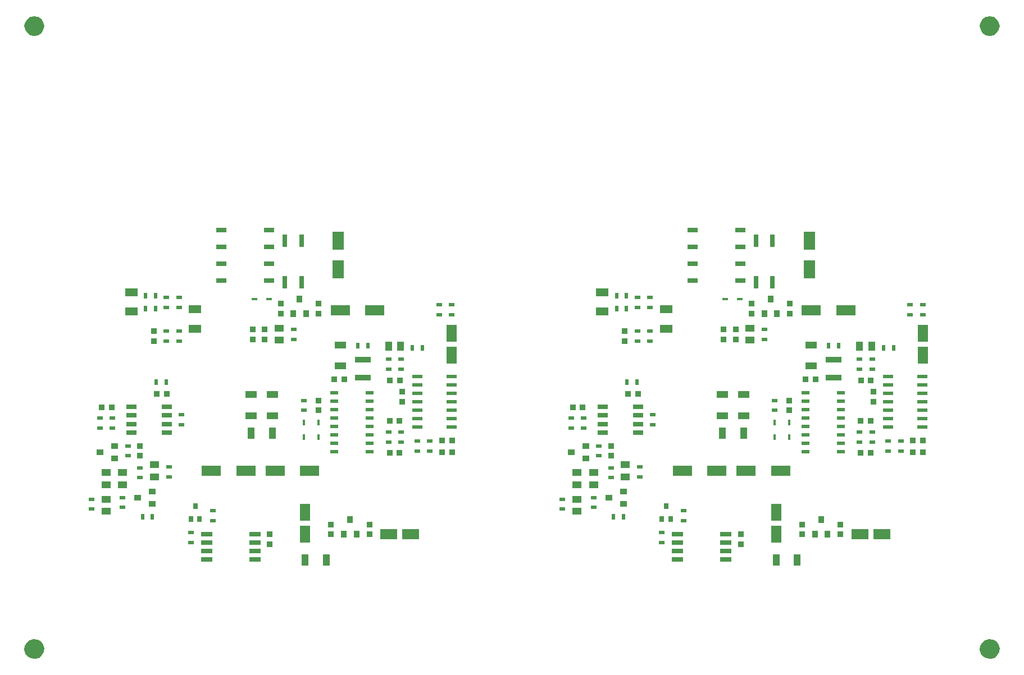
<source format=gtp>
%FSLAX46Y46*%
%MOMM*%
%AMPS33*
21,1,0.550000,1.500000,0.000000,0.000000,90.000000*
%
%ADD33PS33*%
%AMPS32*
21,1,0.550000,1.500000,0.000000,0.000000,270.000000*
%
%ADD32PS32*%
%AMPS47*
21,1,0.600000,1.700000,0.000000,0.000000,90.000000*
%
%ADD47PS47*%
%AMPS46*
21,1,0.600000,1.700000,0.000000,0.000000,270.000000*
%
%ADD46PS46*%
%AMPS42*
21,1,1.600000,2.950000,0.000000,0.000000,90.000000*
%
%ADD42PS42*%
%AMPS43*
21,1,1.600000,2.950000,0.000000,0.000000,270.000000*
%
%ADD43PS43*%
%AMPS14*
21,1,0.600000,1.550000,0.000000,0.000000,90.000000*
%
%ADD14PS14*%
%AMPS15*
21,1,0.600000,1.550000,0.000000,0.000000,270.000000*
%
%ADD15PS15*%
%AMPS34*
21,1,1.600000,2.500000,0.000000,0.000000,0.000000*
%
%ADD34PS34*%
%AMPS36*
21,1,1.600000,2.500000,0.000000,0.000000,90.000000*
%
%ADD36PS36*%
%AMPS35*
21,1,1.600000,2.500000,0.000000,0.000000,180.000000*
%
%ADD35PS35*%
%AMPS37*
21,1,1.600000,2.500000,0.000000,0.000000,270.000000*
%
%ADD37PS37*%
%AMPS56*
21,1,0.900000,1.000000,0.000000,0.000000,0.000000*
%
%ADD56PS56*%
%AMPS26*
21,1,0.900000,1.000000,0.000000,0.000000,90.000000*
%
%ADD26PS26*%
%AMPS57*
21,1,0.900000,1.000000,0.000000,0.000000,180.000000*
%
%ADD57PS57*%
%AMPS27*
21,1,0.900000,1.000000,0.000000,0.000000,270.000000*
%
%ADD27PS27*%
%AMPS20*
21,1,1.400000,1.100000,0.000000,0.000000,0.000000*
%
%ADD20PS20*%
%AMPS45*
21,1,1.400000,1.100000,0.000000,0.000000,90.000000*
%
%ADD45PS45*%
%AMPS21*
21,1,1.400000,1.100000,0.000000,0.000000,180.000000*
%
%ADD21PS21*%
%AMPS44*
21,1,1.400000,1.100000,0.000000,0.000000,270.000000*
%
%ADD44PS44*%
%AMPS24*
21,1,0.400000,0.900000,0.000000,0.000000,0.000000*
%
%ADD24PS24*%
%AMPS40*
21,1,0.400000,0.900000,0.000000,0.000000,90.000000*
%
%ADD40PS40*%
%AMPS25*
21,1,0.400000,0.900000,0.000000,0.000000,180.000000*
%
%ADD25PS25*%
%AMPS41*
21,1,0.400000,0.900000,0.000000,0.000000,270.000000*
%
%ADD41PS41*%
%AMPS54*
21,1,0.550000,1.250000,0.000000,0.000000,90.000000*
%
%ADD54PS54*%
%AMPS55*
21,1,0.550000,1.250000,0.000000,0.000000,270.000000*
%
%ADD55PS55*%
%AMPS11*
21,1,0.600000,1.800000,0.000000,0.000000,0.000000*
%
%ADD11PS11*%
%AMPS10*
21,1,0.600000,1.800000,0.000000,0.000000,180.000000*
%
%ADD10PS10*%
%AMPS51*
21,1,0.701421,1.491421,0.000000,0.000000,90.000000*
%
%ADD51PS51*%
%AMPS50*
21,1,0.701421,1.491421,0.000000,0.000000,270.000000*
%
%ADD50PS50*%
%AMPS38*
21,1,1.800000,1.200000,0.000000,0.000000,0.000000*
%
%ADD38PS38*%
%AMPS39*
21,1,1.800000,1.200000,0.000000,0.000000,180.000000*
%
%ADD39PS39*%
%AMPS52*
21,1,2.300000,0.900000,0.000000,0.000000,0.000000*
%
%ADD52PS52*%
%AMPS53*
21,1,2.300000,0.900000,0.000000,0.000000,180.000000*
%
%ADD53PS53*%
%AMPS12*
21,1,0.900000,0.500000,0.000000,0.000000,0.000000*
%
%ADD12PS12*%
%AMPS28*
21,1,0.900000,0.500000,0.000000,0.000000,90.000000*
%
%ADD28PS28*%
%AMPS13*
21,1,0.900000,0.500000,0.000000,0.000000,180.000000*
%
%ADD13PS13*%
%AMPS29*
21,1,0.900000,0.500000,0.000000,0.000000,270.000000*
%
%ADD29PS29*%
%AMPS23*
21,1,1.700000,1.100000,0.000000,0.000000,0.000000*
%
%ADD23PS23*%
%AMPS31*
21,1,1.700000,1.100000,0.000000,0.000000,90.000000*
%
%ADD31PS31*%
%AMPS22*
21,1,1.700000,1.100000,0.000000,0.000000,180.000000*
%
%ADD22PS22*%
%AMPS30*
21,1,1.700000,1.100000,0.000000,0.000000,270.000000*
%
%ADD30PS30*%
%AMPS48*
21,1,0.700000,0.900000,0.000000,0.000000,0.000000*
%
%ADD48PS48*%
%AMPS49*
21,1,0.700000,0.900000,0.000000,0.000000,180.000000*
%
%ADD49PS49*%
%AMPS19*
21,1,0.850000,0.800000,0.000000,0.000000,0.000000*
%
%ADD19PS19*%
%AMPS16*
21,1,0.850000,0.800000,0.000000,0.000000,90.000000*
%
%ADD16PS16*%
%AMPS18*
21,1,0.850000,0.800000,0.000000,0.000000,180.000000*
%
%ADD18PS18*%
%AMPS17*
21,1,0.850000,0.800000,0.000000,0.000000,270.000000*
%
%ADD17PS17*%
%AMPS59*
21,1,1.750000,2.650000,0.000000,0.000000,0.000000*
%
%ADD59PS59*%
%AMPS58*
21,1,1.750000,2.650000,0.000000,0.000000,180.000000*
%
%ADD58PS58*%
G01*
%LPD*%
G36*
X4385819Y97574025D02*
X4500000Y97000000D01*
X4500000Y97000000D01*
X4385819Y96425974D01*
X4060660Y95939339D01*
X3574025Y95614180D01*
X3000000Y95500000D01*
X2425974Y95614180D01*
X1939339Y95939339D01*
X1614180Y96425974D01*
X1500000Y97000000D01*
X1614180Y97574025D01*
X1939339Y98060660D01*
X2425974Y98385819D01*
X2999999Y98500000D01*
X3574025Y98385819D01*
X4060660Y98060660D01*
X4385819Y97574025D01*
D02*
G37*
%LPD*%
G36*
X4347550Y3666413D02*
X4500000Y3100000D01*
X4500000Y3100000D01*
X4424087Y2518362D01*
X4131370Y2010050D01*
X3666413Y1652449D01*
X3100000Y1500000D01*
X2518362Y1575912D01*
X2010050Y1868629D01*
X1652449Y2333586D01*
X1500000Y2900000D01*
X1575912Y3481637D01*
X1868629Y3989949D01*
X2333586Y4347550D01*
X2900000Y4500000D01*
X3481637Y4424087D01*
X3989949Y4131370D01*
X4347550Y3666413D01*
D02*
G37*
%LPD*%
G36*
X148347550Y3666413D02*
X148500000Y3100000D01*
X148500000Y3100000D01*
X148424087Y2518362D01*
X148131370Y2010050D01*
X147666413Y1652449D01*
X147100000Y1500000D01*
X146518362Y1575912D01*
X146010050Y1868629D01*
X145652449Y2333586D01*
X145500000Y2900000D01*
X145575912Y3481637D01*
X145868629Y3989949D01*
X146333586Y4347550D01*
X146900000Y4500000D01*
X147481637Y4424087D01*
X147989949Y4131370D01*
X148347550Y3666413D01*
D02*
G37*
%LPD*%
G36*
X148385819Y97574025D02*
X148500000Y97000000D01*
X148500000Y97000000D01*
X148385819Y96425974D01*
X148060660Y95939339D01*
X147574025Y95614180D01*
X147000000Y95500000D01*
X146425974Y95614180D01*
X145939339Y95939339D01*
X145614180Y96425974D01*
X145500000Y97000000D01*
X145614180Y97574025D01*
X145939339Y98060660D01*
X146425974Y98385819D01*
X147000000Y98500000D01*
X147574025Y98385819D01*
X148060660Y98060660D01*
X148385819Y97574025D01*
D02*
G37*
G01*
%LPD*%
G75*
D10*
X40760000Y64600000D03*
D11*
X43260000Y58300000D03*
D11*
X40760000Y58300000D03*
D10*
X43260000Y64600000D03*
D12*
X42070000Y49699994D03*
D13*
X42070000Y51199994D03*
D14*
X22970000Y39510000D03*
D14*
X22970000Y36960000D03*
D14*
X22970000Y35690000D03*
D15*
X17630000Y35690000D03*
D15*
X17630000Y38240000D03*
D14*
X22970000Y38240000D03*
D15*
X17630000Y39510000D03*
D15*
X17630000Y36960000D03*
D16*
X14650000Y39500000D03*
D17*
X13150000Y39500000D03*
D18*
X47700000Y21800000D03*
D19*
X47700000Y20300000D03*
D12*
X64000000Y53450000D03*
D13*
X64000000Y54950000D03*
D12*
X17100000Y32150000D03*
D13*
X17100000Y33650000D03*
D17*
X64450000Y34500000D03*
D16*
X65950000Y34500000D03*
D18*
X45860000Y55130000D03*
D19*
X45860000Y53630000D03*
D20*
X16300000Y27800000D03*
D21*
X16300000Y29600000D03*
D16*
X49730000Y43700000D03*
D17*
X48230000Y43700000D03*
D22*
X49120000Y48900000D03*
D23*
X49120000Y45700000D03*
D23*
X35700000Y38200000D03*
D22*
X35700000Y41400000D03*
D18*
X40130000Y55130000D03*
D19*
X40130000Y53630000D03*
D24*
X43600000Y35000000D03*
D25*
X43600000Y37200000D03*
D13*
X62600000Y34350000D03*
D12*
X62600000Y32850000D03*
D26*
X20800000Y26800000D03*
D27*
X18600000Y25850000D03*
D26*
X20800000Y24900000D03*
D28*
X21250000Y54400000D03*
D29*
X19750000Y54400000D03*
D18*
X53500000Y21800000D03*
D19*
X53500000Y20300000D03*
D30*
X43800000Y16400000D03*
D31*
X47000000Y16400000D03*
D16*
X58050000Y37400000D03*
D17*
X56550000Y37400000D03*
D25*
X45800000Y37200000D03*
D24*
X45800000Y35000000D03*
D32*
X60713845Y36490000D03*
D33*
X65886155Y37760000D03*
D33*
X65886155Y42840000D03*
D33*
X65886155Y41570000D03*
D32*
X60713845Y37760000D03*
D33*
X65886155Y36490000D03*
D33*
X65886155Y40300000D03*
D32*
X60713845Y42840000D03*
D32*
X60713845Y39030000D03*
D32*
X60713845Y44110000D03*
D33*
X65886155Y39030000D03*
D33*
X65886155Y44110000D03*
D32*
X60713845Y40300000D03*
D32*
X60713845Y41570000D03*
D22*
X38900000Y41400000D03*
D23*
X38900000Y38200000D03*
D34*
X65900000Y47350000D03*
D35*
X65900000Y50650000D03*
D13*
X56400000Y46710000D03*
D12*
X56400000Y45210000D03*
D36*
X59750000Y20300000D03*
D37*
X56450000Y20300000D03*
D13*
X14800000Y37850000D03*
D12*
X14800000Y36350000D03*
D29*
X19300000Y22950000D03*
D28*
X20800000Y22950000D03*
D20*
X39870000Y49600000D03*
D21*
X39870000Y51400000D03*
D19*
X38500000Y18800000D03*
D18*
X38500000Y20300000D03*
D26*
X15100000Y33650000D03*
D27*
X12900000Y32700000D03*
D26*
X15100000Y31750000D03*
D13*
X58300000Y35750000D03*
D12*
X58300000Y34250000D03*
D28*
X21250000Y56300000D03*
D29*
X19750000Y56300000D03*
D19*
X45800000Y39010000D03*
D18*
X45800000Y40510000D03*
D28*
X61510000Y48400000D03*
D29*
X60010000Y48400000D03*
D12*
X22900000Y49450000D03*
D13*
X22900000Y50950000D03*
D17*
X64450000Y32700000D03*
D16*
X65950000Y32700000D03*
D13*
X23300000Y30500000D03*
D12*
X23300000Y29000000D03*
D17*
X21470000Y41500000D03*
D16*
X22970000Y41500000D03*
D38*
X17600000Y53950000D03*
D39*
X17600000Y56850000D03*
D40*
X38370000Y55800000D03*
D41*
X36170000Y55800000D03*
D19*
X18900000Y32150000D03*
D18*
X18900000Y33650000D03*
D31*
X38900000Y35600000D03*
D30*
X35700000Y35600000D03*
D42*
X54300000Y54150000D03*
D43*
X49100000Y54150000D03*
D13*
X58300000Y46710000D03*
D12*
X58300000Y45210000D03*
D13*
X29900000Y23850000D03*
D12*
X29900000Y22350000D03*
D12*
X12900000Y36350000D03*
D13*
X12900000Y37850000D03*
D43*
X29700000Y29900000D03*
D42*
X34900000Y29900000D03*
D12*
X16300000Y24350000D03*
D13*
X16300000Y25850000D03*
D19*
X35900000Y49699994D03*
D18*
X35900000Y51199994D03*
D12*
X56400000Y34250000D03*
D13*
X56400000Y35750000D03*
D42*
X44500000Y29900000D03*
D43*
X39300000Y29900000D03*
D44*
X56400000Y48700000D03*
D45*
X58200000Y48700000D03*
D16*
X58100000Y43550000D03*
D17*
X56600000Y43550000D03*
D46*
X28950000Y19050000D03*
D46*
X28950000Y16500000D03*
D47*
X36250000Y16500000D03*
D47*
X36250000Y17750000D03*
D47*
X36250000Y20300000D03*
D46*
X28950000Y20300000D03*
D47*
X36250000Y19050000D03*
D46*
X28950000Y17750000D03*
D48*
X26600000Y22650000D03*
D48*
X27900000Y22650000D03*
D49*
X27250000Y24550000D03*
D12*
X22900000Y54550000D03*
D13*
X22900000Y56050000D03*
D50*
X31225000Y58590000D03*
D51*
X38375000Y61130000D03*
D51*
X38375000Y66210000D03*
D51*
X38375000Y63670000D03*
D50*
X31225000Y61130000D03*
D50*
X31225000Y66210000D03*
D51*
X38375000Y58590000D03*
D50*
X31225000Y63670000D03*
D13*
X65900000Y54950000D03*
D12*
X65900000Y53450000D03*
D39*
X27200000Y54250000D03*
D38*
X27200000Y51350000D03*
D13*
X24800000Y50950000D03*
D12*
X24800000Y49450000D03*
D13*
X25200000Y38350000D03*
D12*
X25200000Y36850000D03*
D52*
X52500000Y43931534D03*
D53*
X52500000Y46668466D03*
D12*
X24800000Y54550000D03*
D13*
X24800000Y56050000D03*
D20*
X21100000Y29000000D03*
D21*
X21100000Y30800000D03*
D28*
X53250000Y48800000D03*
D29*
X51750000Y48800000D03*
D17*
X56550000Y32600000D03*
D16*
X58050000Y32600000D03*
D54*
X53574920Y41645000D03*
D55*
X48225080Y39105000D03*
D54*
X53574920Y35295000D03*
D55*
X48225080Y40375000D03*
D55*
X48225080Y37835000D03*
D55*
X48225080Y34025000D03*
D54*
X53574920Y39105000D03*
D55*
X48225080Y32755000D03*
D54*
X53574920Y32755000D03*
D54*
X53574920Y37835000D03*
D54*
X53574920Y34025000D03*
D54*
X53574920Y36565000D03*
D55*
X48225080Y36565000D03*
D54*
X53574920Y40375000D03*
D55*
X48225080Y41645000D03*
D55*
X48225080Y35295000D03*
D13*
X26600000Y20550000D03*
D12*
X26600000Y19050000D03*
D18*
X58440000Y41800000D03*
D19*
X58440000Y40300000D03*
D21*
X13800000Y25600000D03*
D20*
X13800000Y23800000D03*
D12*
X60710000Y32850000D03*
D13*
X60710000Y34350000D03*
D56*
X51550000Y20300000D03*
D57*
X50600000Y22500000D03*
D56*
X49650000Y20300000D03*
D35*
X43830000Y23600000D03*
D34*
X43830000Y20300000D03*
D13*
X43600000Y40510000D03*
D12*
X43600000Y39010000D03*
D19*
X37700000Y49699994D03*
D18*
X37700000Y51199994D03*
D12*
X11600000Y24100000D03*
D13*
X11600000Y25600000D03*
D56*
X43940000Y53630000D03*
D57*
X42990000Y55830000D03*
D56*
X42040000Y53630000D03*
D58*
X48800000Y64600000D03*
D59*
X48800000Y60300000D03*
D28*
X22850000Y43300000D03*
D29*
X21350000Y43300000D03*
D13*
X18900000Y30350000D03*
D12*
X18900000Y28850000D03*
D21*
X13800000Y29600000D03*
D20*
X13800000Y27800000D03*
D19*
X21000000Y49450000D03*
D18*
X21000000Y50950000D03*
D10*
X111760000Y64600000D03*
D11*
X114260000Y58300000D03*
D11*
X111760000Y58300000D03*
D10*
X114260000Y64600000D03*
D12*
X113070000Y49699994D03*
D13*
X113070000Y51199994D03*
D14*
X93970000Y39510000D03*
D14*
X93970000Y36960000D03*
D14*
X93970000Y35690000D03*
D15*
X88630000Y35690000D03*
D15*
X88630000Y38240000D03*
D14*
X93970000Y38240000D03*
D15*
X88630000Y39510000D03*
D15*
X88630000Y36960000D03*
D16*
X85650000Y39500000D03*
D17*
X84150000Y39500000D03*
D18*
X118700000Y21800000D03*
D19*
X118700000Y20300000D03*
D12*
X135000000Y53450000D03*
D13*
X135000000Y54950000D03*
D12*
X88100000Y32150000D03*
D13*
X88100000Y33650000D03*
D17*
X135450000Y34500000D03*
D16*
X136950000Y34500000D03*
D18*
X116860000Y55130000D03*
D19*
X116860000Y53630000D03*
D20*
X87300000Y27800000D03*
D21*
X87300000Y29600000D03*
D16*
X120730000Y43700000D03*
D17*
X119230000Y43700000D03*
D22*
X120120000Y48900000D03*
D23*
X120120000Y45700000D03*
D23*
X106700000Y38200000D03*
D22*
X106700000Y41400000D03*
D18*
X111130000Y55130000D03*
D19*
X111130000Y53630000D03*
D24*
X114600000Y35000000D03*
D25*
X114600000Y37200000D03*
D13*
X133600000Y34350000D03*
D12*
X133600000Y32850000D03*
D26*
X91800000Y26800000D03*
D27*
X89600000Y25850000D03*
D26*
X91800000Y24900000D03*
D28*
X92250000Y54400000D03*
D29*
X90750000Y54400000D03*
D18*
X124500000Y21800000D03*
D19*
X124500000Y20300000D03*
D30*
X114800000Y16400000D03*
D31*
X118000000Y16400000D03*
D16*
X129050000Y37400000D03*
D17*
X127550000Y37400000D03*
D25*
X116800000Y37200000D03*
D24*
X116800000Y35000000D03*
D32*
X131713845Y36490000D03*
D33*
X136886155Y37760000D03*
D33*
X136886155Y42840000D03*
D33*
X136886155Y41570000D03*
D32*
X131713845Y37760000D03*
D33*
X136886155Y36490000D03*
D33*
X136886155Y40300000D03*
D32*
X131713845Y42840000D03*
D32*
X131713845Y39030000D03*
D32*
X131713845Y44110000D03*
D33*
X136886155Y39030000D03*
D33*
X136886155Y44110000D03*
D32*
X131713845Y40300000D03*
D32*
X131713845Y41570000D03*
D22*
X109900000Y41400000D03*
D23*
X109900000Y38200000D03*
D34*
X136900000Y47350000D03*
D35*
X136900000Y50650000D03*
D13*
X127400000Y46710000D03*
D12*
X127400000Y45210000D03*
D36*
X130750000Y20300000D03*
D37*
X127450000Y20300000D03*
D13*
X85800000Y37850000D03*
D12*
X85800000Y36350000D03*
D29*
X90300000Y22950000D03*
D28*
X91800000Y22950000D03*
D20*
X110870000Y49600000D03*
D21*
X110870000Y51400000D03*
D19*
X109500000Y18800000D03*
D18*
X109500000Y20300000D03*
D26*
X86100000Y33650000D03*
D27*
X83900000Y32700000D03*
D26*
X86100000Y31750000D03*
D13*
X129300000Y35750000D03*
D12*
X129300000Y34250000D03*
D28*
X92250000Y56300000D03*
D29*
X90750000Y56300000D03*
D19*
X116800000Y39010000D03*
D18*
X116800000Y40510000D03*
D28*
X132510000Y48400000D03*
D29*
X131010000Y48400000D03*
D12*
X93900000Y49450000D03*
D13*
X93900000Y50950000D03*
D17*
X135450000Y32700000D03*
D16*
X136950000Y32700000D03*
D13*
X94300000Y30500000D03*
D12*
X94300000Y29000000D03*
D17*
X92470000Y41500000D03*
D16*
X93970000Y41500000D03*
D38*
X88600000Y53950000D03*
D39*
X88600000Y56850000D03*
D40*
X109370000Y55800000D03*
D41*
X107170000Y55800000D03*
D19*
X89900000Y32150000D03*
D18*
X89900000Y33650000D03*
D31*
X109900000Y35600000D03*
D30*
X106700000Y35600000D03*
D42*
X125300000Y54150000D03*
D43*
X120100000Y54150000D03*
D13*
X129300000Y46710000D03*
D12*
X129300000Y45210000D03*
D13*
X100900000Y23850000D03*
D12*
X100900000Y22350000D03*
D12*
X83900000Y36350000D03*
D13*
X83900000Y37850000D03*
D43*
X100700000Y29900000D03*
D42*
X105900000Y29900000D03*
D12*
X87300000Y24350000D03*
D13*
X87300000Y25850000D03*
D19*
X106900000Y49699994D03*
D18*
X106900000Y51199994D03*
D12*
X127400000Y34250000D03*
D13*
X127400000Y35750000D03*
D42*
X115500000Y29900000D03*
D43*
X110300000Y29900000D03*
D44*
X127400000Y48700000D03*
D45*
X129200000Y48700000D03*
D16*
X129100000Y43550000D03*
D17*
X127600000Y43550000D03*
D46*
X99950000Y19050000D03*
D46*
X99950000Y16500000D03*
D47*
X107250000Y16500000D03*
D47*
X107250000Y17750000D03*
D47*
X107250000Y20300000D03*
D46*
X99950000Y20300000D03*
D47*
X107250000Y19050000D03*
D46*
X99950000Y17750000D03*
D48*
X97600000Y22650000D03*
D48*
X98900000Y22650000D03*
D49*
X98250000Y24550000D03*
D12*
X93900000Y54550000D03*
D13*
X93900000Y56050000D03*
D50*
X102225000Y58590000D03*
D51*
X109375000Y61130000D03*
D51*
X109375000Y66210000D03*
D51*
X109375000Y63670000D03*
D50*
X102225000Y61130000D03*
D50*
X102225000Y66210000D03*
D51*
X109375000Y58590000D03*
D50*
X102225000Y63670000D03*
D13*
X136900000Y54950000D03*
D12*
X136900000Y53450000D03*
D39*
X98200000Y54250000D03*
D38*
X98200000Y51350000D03*
D13*
X95800000Y50950000D03*
D12*
X95800000Y49450000D03*
D13*
X96200000Y38350000D03*
D12*
X96200000Y36850000D03*
D52*
X123500000Y43931534D03*
D53*
X123500000Y46668466D03*
D12*
X95800000Y54550000D03*
D13*
X95800000Y56050000D03*
D20*
X92100000Y29000000D03*
D21*
X92100000Y30800000D03*
D28*
X124250000Y48800000D03*
D29*
X122750000Y48800000D03*
D17*
X127550000Y32600000D03*
D16*
X129050000Y32600000D03*
D54*
X124574920Y41645000D03*
D55*
X119225080Y39105000D03*
D54*
X124574920Y35295000D03*
D55*
X119225080Y40375000D03*
D55*
X119225080Y37835000D03*
D55*
X119225080Y34025000D03*
D54*
X124574920Y39105000D03*
D55*
X119225080Y32755000D03*
D54*
X124574920Y32755000D03*
D54*
X124574920Y37835000D03*
D54*
X124574920Y34025000D03*
D54*
X124574920Y36565000D03*
D55*
X119225080Y36565000D03*
D54*
X124574920Y40375000D03*
D55*
X119225080Y41645000D03*
D55*
X119225080Y35295000D03*
D13*
X97600000Y20550000D03*
D12*
X97600000Y19050000D03*
D18*
X129440000Y41800000D03*
D19*
X129440000Y40300000D03*
D21*
X84800000Y25600000D03*
D20*
X84800000Y23800000D03*
D12*
X131710000Y32850000D03*
D13*
X131710000Y34350000D03*
D56*
X122550000Y20300000D03*
D57*
X121600000Y22500000D03*
D56*
X120650000Y20300000D03*
D35*
X114830000Y23600000D03*
D34*
X114830000Y20300000D03*
D13*
X114600000Y40510000D03*
D12*
X114600000Y39010000D03*
D19*
X108700000Y49699994D03*
D18*
X108700000Y51199994D03*
D12*
X82600000Y24100000D03*
D13*
X82600000Y25600000D03*
D56*
X114940000Y53630000D03*
D57*
X113990000Y55830000D03*
D56*
X113040000Y53630000D03*
D58*
X119800000Y64600000D03*
D59*
X119800000Y60300000D03*
D28*
X93850000Y43300000D03*
D29*
X92350000Y43300000D03*
D13*
X89900000Y30350000D03*
D12*
X89900000Y28850000D03*
D21*
X84800000Y29600000D03*
D20*
X84800000Y27800000D03*
D19*
X92000000Y49450000D03*
D18*
X92000000Y50950000D03*
M02*

</source>
